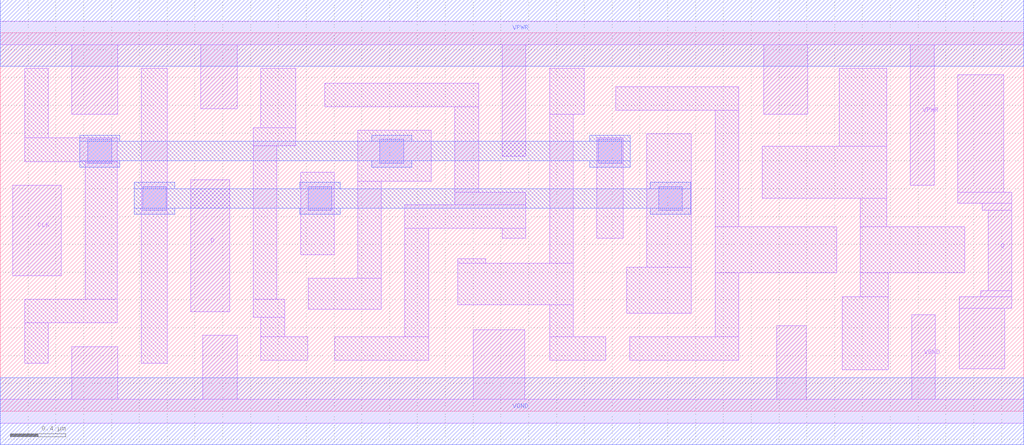
<source format=lef>
# Copyright 2020 The SkyWater PDK Authors
#
# Licensed under the Apache License, Version 2.0 (the "License");
# you may not use this file except in compliance with the License.
# You may obtain a copy of the License at
#
#     https://www.apache.org/licenses/LICENSE-2.0
#
# Unless required by applicable law or agreed to in writing, software
# distributed under the License is distributed on an "AS IS" BASIS,
# WITHOUT WARRANTIES OR CONDITIONS OF ANY KIND, either express or implied.
# See the License for the specific language governing permissions and
# limitations under the License.
#
# SPDX-License-Identifier: Apache-2.0

VERSION 5.5 ;
NAMESCASESENSITIVE ON ;
BUSBITCHARS "[]" ;
DIVIDERCHAR "/" ;
MACRO sky130_fd_sc_hd__dfxtp_1
  CLASS CORE ;
  SOURCE USER ;
  ORIGIN  0.000000  0.000000 ;
  SIZE  7.360000 BY  2.720000 ;
  SYMMETRY X Y R90 ;
  SITE unithd ;
  PIN D
    ANTENNAGATEAREA  0.126000 ;
    DIRECTION INPUT ;
    USE SIGNAL ;
    PORT
      LAYER li1 ;
        RECT 1.370000 0.715000 1.650000 1.665000 ;
    END
  END D
  PIN Q
    ANTENNADIFFAREA  0.429000 ;
    DIRECTION OUTPUT ;
    USE SIGNAL ;
    PORT
      LAYER li1 ;
        RECT 6.885000 1.495000 7.275000 1.575000 ;
        RECT 6.885000 1.575000 7.215000 2.420000 ;
        RECT 6.895000 0.305000 7.225000 0.740000 ;
        RECT 6.895000 0.740000 7.275000 0.825000 ;
        RECT 7.050000 0.825000 7.275000 0.865000 ;
        RECT 7.060000 1.445000 7.275000 1.495000 ;
        RECT 7.105000 0.865000 7.275000 1.445000 ;
    END
  END Q
  PIN CLK
    ANTENNAGATEAREA  0.159000 ;
    DIRECTION INPUT ;
    USE CLOCK ;
    PORT
      LAYER li1 ;
        RECT 0.090000 0.975000 0.440000 1.625000 ;
    END
  END CLK
  PIN VGND
    DIRECTION INOUT ;
    SHAPE ABUTMENT ;
    USE GROUND ;
    PORT
      LAYER li1 ;
        RECT 0.000000 -0.085000 7.360000 0.085000 ;
        RECT 0.515000  0.085000 0.845000 0.465000 ;
        RECT 1.455000  0.085000 1.705000 0.545000 ;
        RECT 3.400000  0.085000 3.770000 0.585000 ;
        RECT 5.585000  0.085000 5.795000 0.615000 ;
        RECT 6.555000  0.085000 6.725000 0.695000 ;
    END
    PORT
      LAYER met1 ;
        RECT 0.000000 -0.240000 7.360000 0.240000 ;
    END
  END VGND
  PIN VPWR
    DIRECTION INOUT ;
    SHAPE ABUTMENT ;
    USE POWER ;
    PORT
      LAYER li1 ;
        RECT 0.000000 2.635000 7.360000 2.805000 ;
        RECT 0.515000 2.135000 0.845000 2.635000 ;
        RECT 1.440000 2.175000 1.705000 2.635000 ;
        RECT 3.610000 1.835000 3.780000 2.635000 ;
        RECT 5.490000 2.135000 5.805000 2.635000 ;
        RECT 6.545000 1.625000 6.715000 2.635000 ;
    END
    PORT
      LAYER met1 ;
        RECT 0.000000 2.480000 7.360000 2.960000 ;
    END
  END VPWR
  OBS
    LAYER li1 ;
      RECT 0.175000 0.345000 0.345000 0.635000 ;
      RECT 0.175000 0.635000 0.840000 0.805000 ;
      RECT 0.175000 1.795000 0.840000 1.965000 ;
      RECT 0.175000 1.965000 0.345000 2.465000 ;
      RECT 0.610000 0.805000 0.840000 1.795000 ;
      RECT 1.015000 0.345000 1.200000 2.465000 ;
      RECT 1.820000 0.675000 2.045000 0.805000 ;
      RECT 1.820000 0.805000 1.990000 1.910000 ;
      RECT 1.820000 1.910000 2.125000 2.040000 ;
      RECT 1.875000 0.365000 2.210000 0.535000 ;
      RECT 1.875000 0.535000 2.045000 0.675000 ;
      RECT 1.875000 2.040000 2.125000 2.465000 ;
      RECT 2.160000 1.125000 2.400000 1.720000 ;
      RECT 2.215000 0.735000 2.740000 0.955000 ;
      RECT 2.335000 2.190000 3.440000 2.360000 ;
      RECT 2.405000 0.365000 3.080000 0.535000 ;
      RECT 2.570000 0.955000 2.740000 1.655000 ;
      RECT 2.570000 1.655000 3.100000 2.020000 ;
      RECT 2.910000 0.535000 3.080000 1.315000 ;
      RECT 2.910000 1.315000 3.780000 1.485000 ;
      RECT 3.270000 1.485000 3.780000 1.575000 ;
      RECT 3.270000 1.575000 3.440000 2.190000 ;
      RECT 3.290000 0.765000 4.120000 1.065000 ;
      RECT 3.290000 1.065000 3.490000 1.095000 ;
      RECT 3.610000 1.245000 3.780000 1.315000 ;
      RECT 3.950000 0.365000 4.355000 0.535000 ;
      RECT 3.950000 0.535000 4.120000 0.765000 ;
      RECT 3.950000 1.065000 4.120000 2.135000 ;
      RECT 3.950000 2.135000 4.200000 2.465000 ;
      RECT 4.290000 1.245000 4.480000 1.965000 ;
      RECT 4.425000 2.165000 5.310000 2.335000 ;
      RECT 4.505000 0.705000 4.970000 1.035000 ;
      RECT 4.525000 0.365000 5.310000 0.535000 ;
      RECT 4.650000 1.035000 4.970000 1.995000 ;
      RECT 5.140000 0.535000 5.310000 0.995000 ;
      RECT 5.140000 0.995000 6.015000 1.325000 ;
      RECT 5.140000 1.325000 5.310000 2.165000 ;
      RECT 5.480000 1.530000 6.375000 1.905000 ;
      RECT 6.035000 1.905000 6.375000 2.465000 ;
      RECT 6.055000 0.300000 6.385000 0.825000 ;
      RECT 6.185000 0.825000 6.385000 0.995000 ;
      RECT 6.185000 0.995000 6.935000 1.325000 ;
      RECT 6.185000 1.325000 6.375000 1.530000 ;
    LAYER mcon ;
      RECT 0.630000 1.785000 0.800000 1.955000 ;
      RECT 1.025000 1.445000 1.195000 1.615000 ;
      RECT 2.215000 1.445000 2.385000 1.615000 ;
      RECT 2.730000 1.785000 2.900000 1.955000 ;
      RECT 4.300000 1.785000 4.470000 1.955000 ;
      RECT 4.735000 1.445000 4.905000 1.615000 ;
    LAYER met1 ;
      RECT 0.570000 1.755000 0.860000 1.800000 ;
      RECT 0.570000 1.800000 4.530000 1.940000 ;
      RECT 0.570000 1.940000 0.860000 1.985000 ;
      RECT 0.965000 1.415000 1.255000 1.460000 ;
      RECT 0.965000 1.460000 4.965000 1.600000 ;
      RECT 0.965000 1.600000 1.255000 1.645000 ;
      RECT 2.155000 1.415000 2.445000 1.460000 ;
      RECT 2.155000 1.600000 2.445000 1.645000 ;
      RECT 2.670000 1.755000 2.960000 1.800000 ;
      RECT 2.670000 1.940000 2.960000 1.985000 ;
      RECT 4.240000 1.755000 4.530000 1.800000 ;
      RECT 4.240000 1.940000 4.530000 1.985000 ;
      RECT 4.675000 1.415000 4.965000 1.460000 ;
      RECT 4.675000 1.600000 4.965000 1.645000 ;
  END
END sky130_fd_sc_hd__dfxtp_1

</source>
